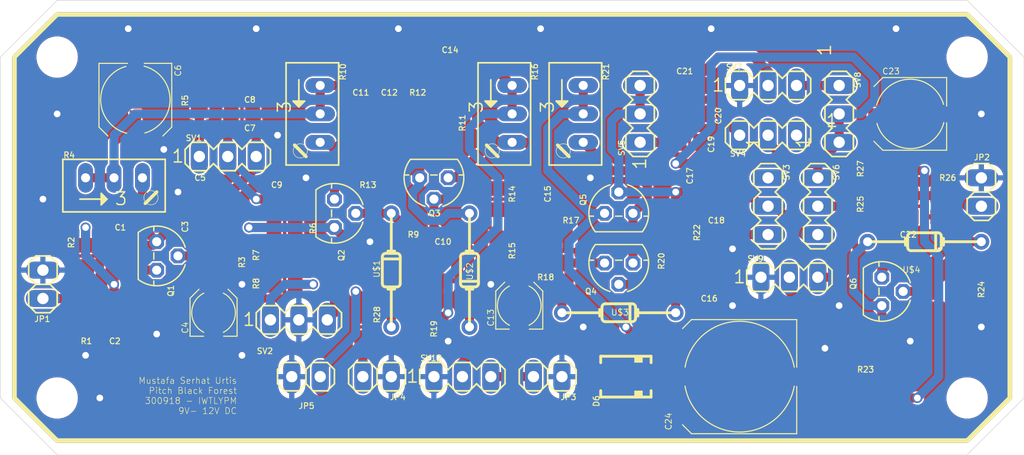
<source format=kicad_pcb>
(kicad_pcb (version 20211014) (generator pcbnew)
  (layers (0 "F.Cu" signal) (31 "B.Cu" signal) (34 "B.Paste" user) (35 "F.Paste" user) (36 "B.SilkS" user "B.Silkscreen") (37 "F.SilkS" user "F.Silkscreen") (38 "B.Mask" user) (39 "F.Mask" user) (44 "Edge.Cuts" user))
  (net 0 "")
  (net 1 "GND")
  (net 2 "N$2")
  (net 3 "N$3")
  (net 4 "N$4")
  (net 5 "GAIN_POT_A")
  (net 6 "BIAS1")
  (net 7 "GAIN_POT_C")
  (net 8 "GAIN_POT_B")
  (net 9 "N$5")
  (net 10 "BOOST_ON")
  (net 11 "BOOST_OFF")
  (net 12 "STAGE_1_IN")
  (net 13 "N$7")
  (net 14 "N$8")
  (net 15 "N$1")
  (net 16 "N$6")
  (net 17 "N$9")
  (net 18 "N$10")
  (net 19 "N$11")
  (net 20 "N$12")
  (net 21 "N$14")
  (net 22 "N$16")
  (net 23 "9V")
  (net 24 "STAGE_2_IN")
  (net 25 "VOICE_POT_A")
  (net 26 "WIDE_A_2")
  (net 27 "VOICE_POT_C")
  (net 28 "WIDE_B_2")
  (net 29 "WIDE_B_1")
  (net 30 "MID_POT_B")
  (net 31 "WIDE_A_1")
  (net 32 "TREBLE_POT_B")
  (net 33 "MID_POT_A")
  (net 34 "VOLUME_POT_B")
  (net 35 "N$13")
  (net 36 "N$15")
  (net 37 "N$17")
  (net 38 "N$18")
  (net 39 "9V_IN")
  (net 40 "SIGNAL_IN")
  (net 41 "SIGNAL_OUT")
  (net 42 "N$22")
  (net 43 "N$23")
  (footprint "pitch_black_forest_v01:TO92" (layer "F.Cu") (at 116.7511 107.5436 -90)
    (fp_text reference "Q1")
    (fp_text value "J201" hide)
  )
  (footprint "pitch_black_forest_v01:R0805" (layer "F.Cu") (at 135.8011 99.9236 180)
    (fp_text reference "R13")
    (fp_text value "330k" hide)
  )
  (footprint "pitch_black_forest_v01:R0805" (layer "F.Cu") (at 147.2311 106.9086 -90)
    (fp_text reference "R15")
    (fp_text value "1k5" hide)
  )
  (footprint "pitch_black_forest_v01:RJ9W" (layer "F.Cu") (at 112.9411 101.1936)
    (fp_text reference "R4")
    (fp_text value "100k" hide)
  )
  (footprint "pitch_black_forest_v01:MA03-1" (layer "F.Cu") (at 171.3611 103.0986 -90)
    (fp_text reference "SV3")
    (fp_text value "")
  )
  (footprint "pitch_black_forest_v01:UD-6,3X5,8_NICHICON" (layer "F.Cu") (at 114.8461 93.5736 -90)
    (fp_text reference "C6")
    (fp_text value "100uF" hide)
  )
  (footprint "pitch_black_forest_v01:C0805" (layer "F.Cu") (at 164.3761 92.3036)
    (fp_text reference "C21")
    (fp_text value "22nF" hide)
  )
  (footprint "pitch_black_forest_v01:R0805" (layer "F.Cu") (at 135.1661 113.8936 -90)
    (fp_text reference "R28")
    (fp_text value "450r" hide)
  )
  (footprint "pitch_black_forest_v01:MA03-1" (layer "F.Cu") (at 159.9311 94.8436 90)
    (fp_text reference "SV5")
    (fp_text value "")
  )
  (footprint "pitch_black_forest_v01:C0805" (layer "F.Cu") (at 184.0611 103.0986 90)
    (fp_text reference "C22")
    (fp_text value "470nF" hide)
  )
  (footprint "pitch_black_forest_v01:R0805" (layer "F.Cu") (at 152.3111 108.1786)
    (fp_text reference "R18")
    (fp_text value "470k" hide)
  )
  (footprint "pitch_black_forest_v01:UD-4X5,8_NICHICON" (layer "F.Cu") (at 121.8311 112.6236 90)
    (fp_text reference "C4")
    (fp_text value "4.7uF" hide)
  )
  (footprint "pitch_black_forest_v01:R0805" (layer "F.Cu") (at 110.4011 107.5436 -90)
    (fp_text reference "R2")
    (fp_text value "68k" hide)
  )
  (footprint "pitch_black_forest_v01:TO92" (layer "F.Cu") (at 141.5161 100.5586 180)
    (fp_text reference "Q3")
    (fp_text value "J201" hide)
  )
  (footprint "pitch_black_forest_v01:MA03-1" (layer "F.Cu") (at 173.2661 109.4486)
    (fp_text reference "SV9")
    (fp_text value "")
  )
  (footprint "pitch_black_forest_v01:C0805" (layer "F.Cu") (at 142.7861 91.6686 -90)
    (fp_text reference "C14")
    (fp_text value "1nF" hide)
  )
  (footprint "pitch_black_forest_v01:MA03-1" (layer "F.Cu") (at 171.3611 92.3036)
    (fp_text reference "SV7")
    (fp_text value "")
  )
  (footprint "pitch_black_forest_v01:R0805" (layer "F.Cu") (at 147.2311 102.4636 -90)
    (fp_text reference "R14")
    (fp_text value "1k5" hide)
  )
  (footprint "pitch_black_forest_v01:R0805" (layer "F.Cu") (at 142.7861 96.1136 90)
    (fp_text reference "R11")
    (fp_text value "470k" hide)
  )
  (footprint "pitch_black_forest_v01:MA03-1" (layer "F.Cu") (at 175.8061 103.0986 -90)
    (fp_text reference "SV6")
    (fp_text value "")
  )
  (footprint "pitch_black_forest_v01:SOD68" (layer "F.Cu") (at 137.7061 108.8136 90)
    (fp_text reference "U$1")
    (fp_text value "BAT85" hide)
  )
  (footprint "" (layer "F.Cu") (at 189.1411 120.2436)
    (fp_text reference "@HOLE0" hide)
    (fp_text value "")
  )
  (footprint "pitch_black_forest_v01:C0805" (layer "F.Cu") (at 121.8311 102.4636 180)
    (fp_text reference "C5")
    (fp_text value "2.2nF" hide)
  )
  (footprint "pitch_black_forest_v01:R0805" (layer "F.Cu") (at 180.8861 103.0986 -90)
    (fp_text reference "R25")
    (fp_text value "10k" hide)
  )
  (footprint "pitch_black_forest_v01:TO92" (layer "F.Cu") (at 132.6261 103.7336 -90)
    (fp_text reference "Q2")
    (fp_text value "J201")
  )
  (footprint "pitch_black_forest_v01:C0805" (layer "F.Cu") (at 112.9411 107.5436 -90)
    (fp_text reference "C1")
    (fp_text value "22pF" hide)
  )
  (footprint "pitch_black_forest_v01:RJ9W" (layer "F.Cu") (at 147.8661 94.8436 -90)
    (fp_text reference "R16")
    (fp_text value "100k" hide)
  )
  (footprint "pitch_black_forest_v01:MA03-1" (layer "F.Cu") (at 123.1011 98.6536)
    (fp_text reference "SV1")
    (fp_text value "")
  )
  (footprint "pitch_black_forest_v01:TO92" (layer "F.Cu") (at 158.0261 103.7336)
    (fp_text reference "Q5")
    (fp_text value "J201" hide)
  )
  (footprint "pitch_black_forest_v01:R0805" (layer "F.Cu") (at 140.2461 96.1136 90)
    (fp_text reference "R12")
    (fp_text value "330k" hide)
  )
  (footprint "pitch_black_forest_v01:TO92" (layer "F.Cu") (at 181.5211 110.7186 -90)
    (fp_text reference "Q6")
    (fp_text value "J201" hide)
  )
  (footprint "" (layer "F.Cu") (at 107.8611 120.2436)
    (fp_text reference "@HOLE3" hide)
    (fp_text value "")
  )
  (footprint "pitch_black_forest_v01:R0805" (layer "F.Cu") (at 121.8311 107.5436)
    (fp_text reference "R3")
    (fp_text value "1k8" hide)
  )
  (footprint "pitch_black_forest_v01:C0805" (layer "F.Cu") (at 166.9161 100.5586)
    (fp_text reference "C17")
    (fp_text value "270pF" hide)
  )
  (footprint "" (layer "F.Cu") (at 107.8611 89.7636)
    (fp_text reference "@HOLE2" hide)
    (fp_text value "")
  )
  (footprint "pitch_black_forest_v01:R0805" (layer "F.Cu") (at 110.4011 112.6236 90)
    (fp_text reference "R1")
    (fp_text value "1M" hide)
  )
  (footprint "pitch_black_forest_v01:SOD68" (layer "F.Cu") (at 144.6911 108.8136 -90)
    (fp_text reference "U$2")
    (fp_text value "BAT85" hide)
  )
  (footprint "pitch_black_forest_v01:C0805" (layer "F.Cu") (at 164.3761 94.8436)
    (fp_text reference "C20")
    (fp_text value "22nF" hide)
  )
  (footprint "pitch_black_forest_v01:SOD68" (layer "F.Cu") (at 158.0261 112.6236)
    (fp_text reference "U$3")
    (fp_text value "BAT85" hide)
  )
  (footprint "pitch_black_forest_v01:1X02" (layer "F.Cu") (at 106.5911 110.0836 -90)
    (fp_text reference "JP1")
    (fp_text value "")
  )
  (footprint "pitch_black_forest_v01:1X02" (layer "F.Cu") (at 130.0861 118.3386)
    (fp_text reference "JP5")
    (fp_text value "")
  )
  (footprint "pitch_black_forest_v01:1X02" (layer "F.Cu") (at 190.4111 101.8286 -90)
    (fp_text reference "JP2")
    (fp_text value "")
  )
  (footprint "pitch_black_forest_v01:R0805" (layer "F.Cu") (at 139.6111 108.8136 90)
    (fp_text reference "R9")
    (fp_text value "2k4" hide)
  )
  (footprint "pitch_black_forest_v01:C0805" (layer "F.Cu") (at 166.2811 108.8136 90)
    (fp_text reference "C16")
    (fp_text value "1uF" hide)
  )
  (footprint "pitch_black_forest_v01:R0805" (layer "F.Cu") (at 128.1811 105.0036 180)
    (fp_text reference "R6")
    (fp_text value "68k" hide)
  )
  (footprint "pitch_black_forest_v01:C0805" (layer "F.Cu") (at 121.8311 105.0036)
    (fp_text reference "C3")
    (fp_text value "2.2nF" hide)
  )
  (footprint "pitch_black_forest_v01:RJ9W" (layer "F.Cu") (at 154.2161 94.8436 -90)
    (fp_text reference "R21")
    (fp_text value "100k" hide)
  )
  (footprint "pitch_black_forest_v01:UD-10X10_NICHICON" (layer "F.Cu") (at 168.8211 118.3386 180)
    (fp_text reference "C24")
    (fp_text value "220uF" hide)
  )
  (footprint "pitch_black_forest_v01:UD-6,3X5,8_NICHICON" (layer "F.Cu") (at 184.0611 94.8436 180)
    (fp_text reference "C23")
    (fp_text value "100uF" hide)
  )
  (footprint "" (layer "F.Cu") (at 189.1411 89.7636)
    (fp_text reference "@HOLE1" hide)
    (fp_text value "")
  )
  (footprint "pitch_black_forest_v01:C0805" (layer "F.Cu") (at 166.9161 103.0986)
    (fp_text reference "C18")
    (fp_text value "220pF" hide)
  )
  (footprint "pitch_black_forest_v01:R0805" (layer "F.Cu") (at 187.2361 110.7186)
    (fp_text reference "R24")
    (fp_text value "100r" hide)
  )
  (footprint "pitch_black_forest_v01:R0805" (layer "F.Cu") (at 163.1061 108.8136 -90)
    (fp_text reference "R20")
    (fp_text value "820r" hide)
  )
  (footprint "pitch_black_forest_v01:MA03-1" (layer "F.Cu") (at 144.0561 118.3386)
    (fp_text reference "SV12")
    (fp_text value "")
  )
  (footprint "pitch_black_forest_v01:C0805" (layer "F.Cu") (at 135.1661 96.1136 90)
    (fp_text reference "C11")
    (fp_text value "22nF" hide)
  )
  (footprint "pitch_black_forest_v01:C0805" (layer "F.Cu") (at 128.1811 102.4636)
    (fp_text reference "C9")
    (fp_text value "22nF" hide)
  )
  (footprint "pitch_black_forest_v01:C0805" (layer "F.Cu") (at 142.1511 108.8136 -90)
    (fp_text reference "C10")
    (fp_text value "470nF" hide)
  )
  (footprint "pitch_black_forest_v01:MA03-1" (layer "F.Cu") (at 129.4511 113.2586)
    (fp_text reference "SV2")
    (fp_text value "")
  )
  (footprint "pitch_black_forest_v01:R0805" (layer "F.Cu") (at 186.6011 103.0986 -90)
    (fp_text reference "R26")
    (fp_text value "100k" hide)
  )
  (footprint "pitch_black_forest_v01:R0805" (layer "F.Cu") (at 182.1561 99.9236 180)
    (fp_text reference "R27")
    (fp_text value "470r" hide)
  )
  (footprint "pitch_black_forest_v01:1X02" (layer "F.Cu") (at 151.6761 118.3386 180)
    (fp_text reference "JP3")
    (fp_text value "")
  )
  (footprint "pitch_black_forest_v01:1X02" (layer "F.Cu") (at 136.4361 118.3386 180)
    (fp_text reference "JP4")
    (fp_text value "")
  )
  (footprint "pitch_black_forest_v01:R0805" (layer "F.Cu") (at 180.2511 116.4336 180)
    (fp_text reference "R23")
    (fp_text value "470k" hide)
  )
  (footprint "pitch_black_forest_v01:UD-4X5,8_NICHICON" (layer "F.Cu") (at 149.1361 111.9886 90)
    (fp_text reference "C13")
    (fp_text value "2.2uF" hide)
  )
  (footprint "pitch_black_forest_v01:R0805" (layer "F.Cu") (at 152.3111 105.6386)
    (fp_text reference "R17")
    (fp_text value "470k" hide)
  )
  (footprint "pitch_black_forest_v01:TO92" (layer "F.Cu") (at 158.0261 108.1786 180)
    (fp_text reference "Q4")
    (fp_text value "J201" hide)
  )
  (footprint "pitch_black_forest_v01:MA03-1" (layer "F.Cu") (at 171.3611 96.7486 180)
    (fp_text reference "SV4")
    (fp_text value "")
  )
  (footprint "pitch_black_forest_v01:R0805" (layer "F.Cu") (at 120.5611 93.5736 90)
    (fp_text reference "R5")
    (fp_text value "10k" hide)
  )
  (footprint "pitch_black_forest_v01:C0805" (layer "F.Cu") (at 124.3711 94.8436 180)
    (fp_text reference "C7")
    (fp_text value "1nF" hide)
  )
  (footprint "pitch_black_forest_v01:SOD68" (layer "F.Cu") (at 185.3311 106.2736)
    (fp_text reference "U$4")
    (fp_text value "BAT85" hide)
  )
  (footprint "pitch_black_forest_v01:C0805" (layer "F.Cu") (at 164.3761 97.3836)
    (fp_text reference "C19")
    (fp_text value "22nF" hide)
  )
  (footprint "pitch_black_forest_v01:C0805" (layer "F.Cu") (at 124.3711 92.3036 180)
    (fp_text reference "C8")
    (fp_text value "100pF" hide)
  )
  (footprint "pitch_black_forest_v01:RJ9W" (layer "F.Cu") (at 130.7211 94.8436 -90)
    (fp_text reference "R10")
    (fp_text value "100k" hide)
  )
  (footprint "pitch_black_forest_v01:R0805" (layer "F.Cu") (at 140.2461 113.8936 -90)
    (fp_text reference "R19")
    (fp_text value "1k" hide)
  )
  (footprint "pitch_black_forest_v01:SMA" (layer "F.Cu") (at 158.6611 118.3386 180)
    (fp_text reference "D6")
    (fp_text value "S1M" hide)
  )
  (footprint "pitch_black_forest_v01:R0805" (layer "F.Cu") (at 128.1811 110.0836 180)
    (fp_text reference "R8")
    (fp_text value "68k" hide)
  )
  (footprint "pitch_black_forest_v01:C0805" (layer "F.Cu") (at 150.4061 102.4636 -90)
    (fp_text reference "C15")
    (fp_text value "22nF" hide)
  )
  (footprint "pitch_black_forest_v01:C0805" (layer "F.Cu") (at 137.7061 96.1136 90)
    (fp_text reference "C12")
    (fp_text value "2.2nF" hide)
  )
  (footprint "pitch_black_forest_v01:MA03-1" (layer "F.Cu") (at 177.7111 94.8436 -90)
    (fp_text reference "SV8")
    (fp_text value "")
  )
  (footprint "pitch_black_forest_v01:C0805" (layer "F.Cu") (at 112.9411 112.6236 -90)
    (fp_text reference "C2")
    (fp_text value "470pF" hide)
  )
  (footprint "pitch_black_forest_v01:R0805" (layer "F.Cu") (at 128.1811 107.5436 180)
    (fp_text reference "R7")
    (fp_text value "100k" hide)
  )
  (footprint "pitch_black_forest_v01:R0805" (layer "F.Cu") (at 163.1061 104.3686 90)
    (fp_text reference "R22")
    (fp_text value "22k" hide)
  )
  (gr_line (start 104.0511 120.2436) (end 104.0511 89.7636) (layer "F.SilkS") (width 0.4064))
  (gr_line (start 189.1411 85.9536) (end 192.9511 89.7636) (layer "F.SilkS") (width 0.4064))
  (gr_line (start 107.8611 124.0536) (end 104.0511 120.2436) (layer "F.SilkS") (width 0.4064))
  (gr_line (start 192.9511 89.7636) (end 192.9511 120.2436) (layer "F.SilkS") (width 0.4064))
  (gr_line (start 192.9511 120.2436) (end 189.1411 124.0536) (layer "F.SilkS") (width 0.4064))
  (gr_line (start 107.8611 85.9536) (end 189.1411 85.9536) (layer "F.SilkS") (width 0.4064))
  (gr_line (start 104.0511 89.7636) (end 107.8611 85.9536) (layer "F.SilkS") (width 0.4064))
  (gr_line (start 189.1411 124.0536) (end 107.8611 124.0536) (layer "F.SilkS") (width 0.4064))
  (gr_line (start 189.1411 125.3236) (end 194.2211 120.2436) (layer "Edge.Cuts") (width 0.05))
  (gr_line (start 194.2211 120.2436) (end 194.2211 89.7636) (layer "Edge.Cuts") (width 0.05))
  (gr_line (start 189.1411 84.6836) (end 107.8611 84.6836) (layer "Edge.Cuts") (width 0.05))
  (gr_line (start 102.7811 89.7636) (end 102.7811 120.2436) (layer "Edge.Cuts") (width 0.05))
  (gr_line (start 107.8611 84.6836) (end 102.7811 89.7636) (layer "Edge.Cuts") (width 0.05))
  (gr_line (start 102.7811 120.2436) (end 107.8611 125.3236) (layer "Edge.Cuts") (width 0.05))
  (gr_line (start 107.8611 125.3236) (end 189.1411 125.3236) (layer "Edge.Cuts") (width 0.05))
  (gr_line (start 194.2211 89.7636) (end 189.1411 84.6836) (layer "Edge.Cuts") (width 0.05))
  (gr_text "Mustafa Serhat Urtis\nPitch Black Forest\n300918 - IWTLYPM\n9V- 12V DC" (at 123.952 118.364) (layer "F.SilkS") (effects (font (size 0.560832 0.560832) (thickness 0.048768)) (justify right top)))
  (segment (start 139.6111 109.7636) (end 142.1511 109.7636) (width 0.8128) (layer "F.Cu") (net 1))
  (via (at 190.4111 113.8936) (size 0.9048) (drill 0.6) (layers "F.Cu" "B.Cu") (net 1))
  (via (at 118.6561 101.8286) (size 0.9048) (drill 0.6) (layers "F.Cu" "B.Cu") (net 1))
  (via (at 124.3711 110.0836) (size 0.9048) (drill 0.6) (layers "F.Cu" "B.Cu") (net 1))
  (via (at 110.4011 116.4336) (size 0.9048) (drill 0.6) (layers "F.Cu" "B.Cu") (net 1))
  (via (at 168.1861 106.9086) (size 0.9048) (drill 0.6) (layers "F.Cu" "B.Cu") (net 1))
  (via (at 117.3861 98.0186) (size 0.9048) (drill 0.6) (layers "F.Cu" "B.Cu") (net 1))
  (via (at 124.3711 116.4336) (size 0.9048) (drill 0.6) (layers "F.Cu" "B.Cu") (net 1))
  (via (at 154.8511 113.8936) (size 0.9048) (drill 0.6) (layers "F.Cu" "B.Cu") (net 1))
  (via (at 107.8611 94.8436) (size 0.9048) (drill 0.6) (layers "F.Cu" "B.Cu") (net 1))
  (via (at 114.2111 87.2236) (size 0.9048) (drill 0.6) (layers "F.Cu" "B.Cu") (net 1))
  (via (at 182.7911 87.2236) (size 0.9048) (drill 0.6) (layers "F.Cu" "B.Cu") (net 1))
  (via (at 127.5461 96.7486) (size 0.9048) (drill 0.6) (layers "F.Cu" "B.Cu") (net 1))
  (via (at 177.7111 111.9886) (size 0.9048) (drill 0.6) (layers "F.Cu" "B.Cu") (net 1))
  (via (at 106.5911 102.4636) (size 0.9048) (drill 0.6) (layers "F.Cu" "B.Cu") (net 1))
  (via (at 168.1861 111.9886) (size 0.9048) (drill 0.6) (layers "F.Cu" "B.Cu") (net 1))
  (via (at 176.4411 115.7986) (size 0.9048) (drill 0.6) (layers "F.Cu" "B.Cu") (net 1))
  (via (at 184.0611 115.1636) (size 0.9048) (drill 0.6) (layers "F.Cu" "B.Cu") (net 1))
  (via (at 125.6411 87.2236) (size 0.9048) (drill 0.6) (layers "F.Cu" "B.Cu") (net 1))
  (via (at 146.5961 110.0836) (size 0.9048) (drill 0.6) (layers "F.Cu" "B.Cu") (net 1))
  (via (at 130.0861 100.5586) (size 0.9048) (drill 0.6) (layers "F.Cu" "B.Cu") (net 1))
  (via (at 135.8011 106.2736) (size 0.9048) (drill 0.6) (layers "F.Cu" "B.Cu") (net 1))
  (via (at 166.2811 87.2236) (size 0.9048) (drill 0.6) (layers "F.Cu" "B.Cu") (net 1))
  (via (at 111.6711 120.2436) (size 0.9048) (drill 0.6) (layers "F.Cu" "B.Cu") (net 1))
  (via (at 142.7861 115.1636) (size 0.9048) (drill 0.6) (layers "F.Cu" "B.Cu") (net 1))
  (via (at 190.4111 94.8436) (size 0.9048) (drill 0.6) (layers "F.Cu" "B.Cu") (net 1))
  (via (at 155.4861 100.5586) (size 0.9048) (drill 0.6) (layers "F.Cu" "B.Cu") (net 1))
  (via (at 138.3411 87.2236) (size 0.9048) (drill 0.6) (layers "F.Cu" "B.Cu") (net 1))
  (via (at 116.7511 114.5286) (size 0.9048) (drill 0.6) (layers "F.Cu" "B.Cu") (net 1))
  (via (at 151.0411 87.2236) (size 0.9048) (drill 0.6) (layers "F.Cu" "B.Cu") (net 1))
  (segment (start 116.7511 108.8136) (end 113.2611 108.8136) (width 0.8128) (layer "F.Cu") (net 2))
  (segment (start 112.9411 111.6736) (end 112.9411 110.0836) (width 0.8128) (layer "F.Cu") (net 2))
  (segment (start 110.4011 106.5936) (end 110.4011 105.0036) (width 0.8128) (layer "F.Cu") (net 2))
  (segment (start 112.9411 108.4936) (end 112.9411 110.0836) (width 0.8128) (layer "F.Cu") (net 2))
  (segment (start 113.2611 108.8136) (end 112.9411 108.4936) (width 0.8128) (layer "F.Cu") (net 2))
  (via (at 112.9411 110.0836) (size 0.9048) (drill 0.6) (layers "F.Cu" "B.Cu") (net 2))
  (via (at 110.4011 105.0036) (size 0.9048) (drill 0.6) (layers "F.Cu" "B.Cu") (net 2))
  (segment (start 110.4011 105.0036) (end 110.4011 107.5436) (width 0.8128) (layer "B.Cu") (net 2))
  (segment (start 110.4011 107.5436) (end 112.9411 110.0836) (width 0.8128) (layer "B.Cu") (net 2))
  (segment (start 120.5611 108.8136) (end 120.5611 107.8636) (width 0.8128) (layer "F.Cu") (net 3))
  (segment (start 121.8311 111.1986) (end 121.8311 110.0836) (width 0.8128) (layer "F.Cu") (net 3))
  (segment (start 118.6561 107.5436) (end 120.8811 107.5436) (width 0.8128) (layer "F.Cu") (net 3))
  (segment (start 120.5611 107.8636) (end 120.8811 107.5436) (width 0.8128) (layer "F.Cu") (net 3))
  (segment (start 121.8311 110.0836) (end 120.5611 108.8136) (width 0.8128) (layer "F.Cu") (net 3))
  (segment (start 112.9411 106.5936) (end 116.4311 106.5936) (width 0.8128) (layer "F.Cu") (net 4))
  (segment (start 118.0211 105.0036) (end 120.8811 105.0036) (width 0.8128) (layer "F.Cu") (net 4))
  (segment (start 115.4811 105.0036) (end 116.7511 106.2736) (width 0.8128) (layer "F.Cu") (net 4))
  (segment (start 115.4811 100.5586) (end 115.4811 105.0036) (width 0.8128) (layer "F.Cu") (net 4))
  (segment (start 116.4311 106.5936) (end 116.7511 106.2736) (width 0.8128) (layer "F.Cu") (net 4))
  (segment (start 116.7511 106.2736) (end 118.0211 105.0036) (width 0.8128) (layer "F.Cu") (net 4))
  (segment (start 125.6411 98.6536) (end 125.6411 95.1636) (width 0.8128) (layer "F.Cu") (net 5))
  (segment (start 125.6411 99.6036) (end 122.7811 102.4636) (width 0.8128) (layer "F.Cu") (net 5))
  (segment (start 125.6411 95.1636) (end 125.3211 94.8436) (width 0.8128) (layer "F.Cu") (net 5))
  (segment (start 125.3211 94.8436) (end 125.3211 92.3036) (width 0.8128) (layer "F.Cu") (net 5))
  (segment (start 122.7811 102.4636) (end 122.7811 105.0036) (width 0.8128) (layer "F.Cu") (net 5))
  (segment (start 125.6411 98.6536) (end 125.6411 99.6036) (width 0.8128) (layer "F.Cu") (net 5))
  (segment (start 142.4661 90.3986) (end 142.7861 90.7186) (width 0.8128) (layer "F.Cu") (net 6))
  (segment (start 131.3561 94.8436) (end 131.3561 92.3036) (width 0.8128) (layer "F.Cu") (net 6))
  (segment (start 131.3561 92.3036) (end 138.9761 92.3036) (width 0.8128) (layer "F.Cu") (net 6))
  (segment (start 110.4011 100.5586) (end 112.9411 100.5586) (width 0.8128) (layer "F.Cu") (net 6))
  (segment (start 146.5961 90.3986) (end 143.1061 90.3986) (width 0.8128) (layer "F.Cu") (net 6))
  (segment (start 112.9411 97.3836) (end 112.9411 100.5586) (width 0.8128) (layer "F.Cu") (net 6))
  (segment (start 148.5011 92.3036) (end 146.5961 90.3986) (width 0.8128) (layer "F.Cu") (net 6))
  (segment (start 140.8811 90.3986) (end 142.4661 90.3986) (width 0.8128) (layer "F.Cu") (net 6))
  (segment (start 143.1061 90.3986) (end 142.7861 90.7186) (width 0.8128) (layer "F.Cu") (net 6))
  (segment (start 138.9761 92.3036) (end 140.8811 90.3986) (width 0.8128) (layer "F.Cu") (net 6))
  (segment (start 148.5011 94.8436) (end 148.5011 92.3036) (width 0.8128) (layer "F.Cu") (net 6))
  (segment (start 140.2461 112.9436) (end 142.4661 112.9436) (width 0.8128) (layer "F.Cu") (net 6))
  (segment (start 114.4011 95.9236) (end 112.9411 97.3836) (width 0.8128) (layer "F.Cu") (net 6))
  (segment (start 114.8461 95.9236) (end 114.4011 95.9236) (width 0.8128) (layer "F.Cu") (net 6))
  (segment (start 142.4661 112.9436) (end 142.7861 112.6236) (width 0.8128) (layer "F.Cu") (net 6))
  (via (at 142.7861 112.6236) (size 0.9048) (drill 0.6) (layers "F.Cu" "B.Cu") (net 6))
  (segment (start 131.3561 94.8436) (end 114.8461 94.8436) (width 0.8128) (layer "B.Cu") (net 6))
  (segment (start 147.2311 100.5586) (end 144.6911 98.0186) (width 0.8128) (layer "B.Cu") (net 6))
  (segment (start 147.2311 105.0036) (end 147.2311 100.5586) (width 0.8128) (layer "B.Cu") (net 6))
  (segment (start 145.9611 94.8436) (end 148.5011 94.8436) (width 0.8128) (layer "B.Cu") (net 6))
  (segment (start 114.8461 94.8436) (end 112.9411 96.7486) (width 0.8128) (layer "B.Cu") (net 6))
  (segment (start 112.9411 96.7486) (end 112.9411 100.5586) (width 0.8128) (layer "B.Cu") (net 6))
  (segment (start 142.7861 109.4486) (end 147.2311 105.0036) (width 0.8128) (layer "B.Cu") (net 6))
  (segment (start 144.6911 98.0186) (end 144.6911 96.1136) (width 0.8128) (layer "B.Cu") (net 6))
  (segment (start 142.7861 112.6236) (end 142.7861 109.4486) (width 0.8128) (layer "B.Cu") (net 6))
  (segment (start 144.6911 96.1136) (end 145.9611 94.8436) (width 0.8128) (layer "B.Cu") (net 6))
  (segment (start 120.5611 94.5236) (end 120.5611 98.6536) (width 0.8128) (layer "F.Cu") (net 7))
  (segment (start 123.4211 94.8436) (end 123.4211 92.3036) (width 0.8128) (layer "F.Cu") (net 8))
  (segment (start 123.1011 95.1636) (end 123.4211 94.8436) (width 0.8128) (layer "F.Cu") (net 8))
  (segment (start 125.6411 102.4636) (end 127.2311 102.4636) (width 0.8128) (layer "F.Cu") (net 8))
  (segment (start 123.1011 98.6536) (end 123.1011 95.1636) (width 0.8128) (layer "F.Cu") (net 8))
  (via (at 125.6411 102.4636) (size 0.9048) (drill 0.6) (layers "F.Cu" "B.Cu") (net 8))
  (segment (start 123.1011 98.6536) (end 123.1011 99.9236) (width 0.8128) (layer "B.Cu") (net 8))
  (segment (start 123.1011 99.9236) (end 125.6411 102.4636) (width 0.8128) (layer "B.Cu") (net 8))
  (segment (start 129.1311 102.4636) (end 129.1311 105.0036) (width 0.8128) (layer "F.Cu") (net 9))
  (segment (start 132.6261 112.6236) (end 131.9911 113.2586) (width 0.8128) (layer "F.Cu") (net 10))
  (segment (start 131.3561 107.5436) (end 132.6261 108.8136) (width 0.8128) (layer "F.Cu") (net 10))
  (segment (start 129.1311 107.5436) (end 131.3561 107.5436) (width 0.8128) (layer "F.Cu") (net 10))
  (segment (start 132.6261 108.8136) (end 132.6261 112.6236) (width 0.8128) (layer "F.Cu") (net 10))
  (segment (start 129.1311 110.0836) (end 130.7211 110.0836) (width 0.8128) (layer "F.Cu") (net 11))
  (via (at 130.7211 110.0836) (size 0.9048) (drill 0.6) (layers "F.Cu" "B.Cu") (net 11))
  (segment (start 130.7211 110.0836) (end 128.1811 110.0836) (width 0.8128) (layer "B.Cu") (net 11))
  (segment (start 128.1811 110.0836) (end 126.9111 111.3536) (width 0.8128) (layer "B.Cu") (net 11))
  (segment (start 126.9111 111.3536) (end 126.9111 113.2586) (width 0.8128) (layer "B.Cu") (net 11))
  (segment (start 137.7061 111.3536) (end 133.2611 106.9086) (width 0.8128) (layer "F.Cu") (net 12))
  (segment (start 137.7061 113.8936) (end 137.7061 111.3536) (width 0.8128) (layer "F.Cu") (net 12))
  (segment (start 133.2611 105.6386) (end 132.6261 105.0036) (width 0.8128) (layer "F.Cu") (net 12))
  (segment (start 127.2311 105.0036) (end 127.2311 107.5436) (width 0.8128) (layer "F.Cu") (net 12))
  (segment (start 127.2311 107.5436) (end 127.2311 110.0836) (width 0.8128) (layer "F.Cu") (net 12))
  (segment (start 133.2611 106.9086) (end 133.2611 105.6386) (width 0.8128) (layer "F.Cu") (net 12))
  (segment (start 127.2311 105.0036) (end 125.0061 105.0036) (width 0.8128) (layer "F.Cu") (net 12))
  (via (at 125.0061 105.0036) (size 0.9048) (drill 0.6) (layers "F.Cu" "B.Cu") (net 12))
  (segment (start 125.0061 105.0036) (end 132.6261 105.0036) (width 0.8128) (layer "B.Cu") (net 12))
  (segment (start 134.5311 103.7336) (end 137.7061 103.7336) (width 0.8128) (layer "F.Cu") (net 13))
  (segment (start 139.6111 105.6386) (end 137.7061 103.7336) (width 0.8128) (layer "F.Cu") (net 13))
  (segment (start 142.1511 107.8636) (end 139.6111 107.8636) (width 0.8128) (layer "F.Cu") (net 13))
  (segment (start 139.6111 107.8636) (end 139.6111 105.6386) (width 0.8128) (layer "F.Cu") (net 13))
  (segment (start 132.6261 102.4636) (end 132.6261 98.0186) (width 0.8128) (layer "F.Cu") (net 14))
  (segment (start 132.6261 98.0186) (end 131.9911 97.3836) (width 0.8128) (layer "F.Cu") (net 14))
  (segment (start 135.1661 97.0636) (end 137.7061 97.0636) (width 0.8128) (layer "F.Cu") (net 14))
  (segment (start 133.5811 97.0636) (end 132.6261 98.0186) (width 0.8128) (layer "F.Cu") (net 14))
  (segment (start 135.1661 97.0636) (end 133.5811 97.0636) (width 0.8128) (layer "F.Cu") (net 14))
  (segment (start 131.9911 97.3836) (end 131.3561 97.3836) (width 0.8128) (layer "F.Cu") (net 14))
  (segment (start 142.7861 95.1636) (end 140.2461 95.1636) (width 0.8128) (layer "F.Cu") (net 15))
  (segment (start 140.2461 95.1636) (end 137.7061 95.1636) (width 0.8128) (layer "F.Cu") (net 15))
  (segment (start 135.1661 95.1636) (end 137.7061 95.1636) (width 0.8128) (layer "F.Cu") (net 15))
  (segment (start 140.2461 97.0636) (end 140.2461 99.9236) (width 0.8128) (layer "F.Cu") (net 16))
  (segment (start 136.7511 99.9236) (end 140.2461 99.9236) (width 0.8128) (layer "F.Cu") (net 16))
  (segment (start 140.2461 99.9236) (end 140.2461 100.5586) (width 0.8128) (layer "F.Cu") (net 16))
  (segment (start 144.6911 103.7336) (end 142.7861 103.7336) (width 0.8128) (layer "B.Cu") (net 16))
  (segment (start 139.6111 101.8286) (end 140.2461 101.1936) (width 0.8128) (layer "B.Cu") (net 16))
  (segment (start 142.1511 104.3686) (end 140.8811 104.3686) (width 0.8128) (layer "B.Cu") (net 16))
  (segment (start 142.7861 103.7336) (end 142.1511 104.3686) (width 0.8128) (layer "B.Cu") (net 16))
  (segment (start 139.6111 103.0986) (end 139.6111 101.8286) (width 0.8128) (layer "B.Cu") (net 16))
  (segment (start 140.8811 104.3686) (end 139.6111 103.0986) (width 0.8128) (layer "B.Cu") (net 16))
  (segment (start 140.2461 101.1936) (end 140.2461 100.5586) (width 0.8128) (layer "B.Cu") (net 16))
  (segment (start 143.4211 105.6386) (end 144.6911 106.9086) (width 0.8128) (layer "F.Cu") (net 17))
  (segment (start 145.0061 101.5136) (end 144.0561 102.4636) (width 0.8128) (layer "F.Cu") (net 17))
  (segment (start 144.0561 102.4636) (end 141.5161 102.4636) (width 0.8128) (layer "F.Cu") (net 17))
  (segment (start 144.6911 106.9086) (end 144.6911 113.8936) (width 0.8128) (layer "F.Cu") (net 17))
  (segment (start 142.1511 105.6386) (end 143.4211 105.6386) (width 0.8128) (layer "F.Cu") (net 17))
  (segment (start 141.5161 102.4636) (end 141.5161 105.0036) (width 0.8128) (layer "F.Cu") (net 17))
  (segment (start 141.5161 105.0036) (end 142.1511 105.6386) (width 0.8128) (layer "F.Cu") (net 17))
  (segment (start 147.2311 101.5136) (end 145.0061 101.5136) (width 0.8128) (layer "F.Cu") (net 17))
  (segment (start 148.5011 106.2736) (end 147.5461 106.2736) (width 0.8128) (layer "F.Cu") (net 18))
  (segment (start 147.5461 106.2736) (end 147.2311 105.9586) (width 0.8128) (layer "F.Cu") (net 18))
  (segment (start 149.1361 106.9086) (end 148.5011 106.2736) (width 0.8128) (layer "F.Cu") (net 18))
  (segment (start 149.1361 110.5636) (end 149.1361 106.9086) (width 0.8128) (layer "F.Cu") (net 18))
  (segment (start 147.2311 105.9586) (end 147.2311 103.4136) (width 0.8128) (layer "F.Cu") (net 18))
  (segment (start 143.1061 92.9386) (end 142.7861 92.6186) (width 0.8128) (layer "F.Cu") (net 19))
  (segment (start 146.9136 97.0661) (end 145.3261 95.4786) (width 0.8128) (layer "F.Cu") (net 19))
  (segment (start 150.4061 101.5136) (end 150.4061 98.0186) (width 0.8128) (layer "F.Cu") (net 19))
  (segment (start 142.7861 100.5586) (end 143.4211 100.5586) (width 0.8128) (layer "F.Cu") (net 19))
  (segment (start 145.3261 93.5736) (end 144.6911 92.9386) (width 0.8128) (layer "F.Cu") (net 19))
  (segment (start 147.2311 97.3836) (end 148.5011 97.3836) (width 0.8128) (layer "F.Cu") (net 19))
  (segment (start 147.2311 97.3836) (end 146.9136 97.0661) (width 0.8128) (layer "F.Cu") (net 19))
  (segment (start 145.3261 95.4786) (end 145.3261 93.5736) (width 0.8128) (layer "F.Cu") (net 19))
  (segment (start 144.6911 92.9386) (end 143.1061 92.9386) (width 0.8128) (layer "F.Cu") (net 19))
  (segment (start 149.7711 97.3836) (end 148.5011 97.3836) (width 0.8128) (layer "F.Cu") (net 19))
  (segment (start 150.4061 98.0186) (end 149.7711 97.3836) (width 0.8128) (layer "F.Cu") (net 19))
  (segment (start 143.4211 100.5586) (end 146.9136 97.0661) (width 0.8128) (layer "F.Cu") (net 19))
  (segment (start 150.4061 104.6836) (end 151.3611 105.6386) (width 0.8128) (layer "F.Cu") (net 20))
  (segment (start 150.4061 103.4136) (end 150.4061 104.6836) (width 0.8128) (layer "F.Cu") (net 20))
  (segment (start 151.3611 108.1786) (end 151.3611 105.6386) (width 0.8128) (layer "F.Cu") (net 20))
  (segment (start 163.1061 112.6236) (end 163.1061 109.7636) (width 0.8128) (layer "F.Cu") (net 21))
  (segment (start 162.7861 110.0836) (end 163.1061 109.7636) (width 0.8128) (layer "F.Cu") (net 21))
  (segment (start 166.2811 109.7636) (end 163.1061 109.7636) (width 0.8128) (layer "F.Cu") (net 21))
  (segment (start 158.0261 110.0836) (end 162.7861 110.0836) (width 0.8128) (layer "F.Cu") (net 21))
  (segment (start 160.5661 101.1936) (end 159.2961 99.9236) (width 0.8128) (layer "F.Cu") (net 22))
  (segment (start 159.2961 108.1786) (end 159.2961 103.7336) (width 0.8128) (layer "F.Cu") (net 22))
  (segment (start 157.3911 99.9236) (end 154.8511 97.3836) (width 0.8128) (layer "F.Cu") (net 22))
  (segment (start 160.5661 101.1936) (end 160.5661 102.4636) (width 0.8128) (layer "F.Cu") (net 22))
  (segment (start 160.5661 102.4636) (end 159.2961 103.7336) (width 0.8128) (layer "F.Cu") (net 22))
  (segment (start 159.2961 99.9236) (end 157.3911 99.9236) (width 0.8128) (layer "F.Cu") (net 22))
  (segment (start 160.5661 117.0686) (end 160.5661 115.7986) (width 0.8128) (layer "F.Cu") (net 23))
  (segment (start 160.5661 117.0686) (end 160.6611 117.1636) (width 0.8128) (layer "F.Cu") (net 23))
  (segment (start 135.1661 112.9436) (end 135.1661 111.3536) (width 0.8128) (layer "F.Cu") (net 23))
  (segment (start 160.6611 118.3386) (end 160.6611 118.9736) (width 0.8128) (layer "F.Cu") (net 23))
  (segment (start 184.6961 120.2436) (end 177.7111 120.2436) (width 0.8128) (layer "F.Cu") (net 23))
  (segment (start 164.8961 118.3386) (end 161.2961 118.3386) (width 0.8128) (layer "F.Cu") (net 23))
  (segment (start 154.8511 92.3036) (end 154.8511 94.8436) (width 0.8128) (layer "F.Cu") (net 23))
  (segment (start 160.6611 118.9736) (end 160.6611 119.5136) (width 0.8128) (layer "F.Cu") (net 23))
  (segment (start 133.2611 121.5136) (end 131.3561 119.6086) (width 0.8128) (layer "F.Cu") (net 23))
  (segment (start 158.6611 121.5136) (end 139.6111 121.5136) (width 0.8128) (layer "F.Cu") (net 23))
  (segment (start 160.6611 119.5136) (end 158.6611 121.5136) (width 0.8128) (layer "F.Cu") (net 23))
  (segment (start 160.6611 117.1636) (end 160.6611 118.3386) (width 0.8128) (layer "F.Cu") (net 23))
  (segment (start 177.7111 120.2436) (end 176.4411 121.5136) (width 0.8128) (layer "F.Cu") (net 23))
  (segment (start 139.6111 121.5136) (end 133.2611 121.5136) (width 0.8128) (layer "F.Cu") (net 23))
  (segment (start 140.2461 115.7986) (end 139.6111 116.4336) (width 0.8128) (layer "F.Cu") (net 23))
  (segment (start 161.2961 118.3386) (end 160.6611 118.9736) (width 0.8128) (layer "F.Cu") (net 23))
  (segment (start 131.3561 119.6086) (end 131.3561 118.3386) (width 0.8128) (layer "F.Cu") (net 23))
  (segment (start 168.0711 121.5136) (end 164.8961 118.3386) (width 0.8128) (layer "F.Cu") (net 23))
  (segment (start 140.2461 114.8436) (end 140.2461 115.7986) (width 0.8128) (layer "F.Cu") (net 23))
  (segment (start 139.6111 116.4336) (end 139.6111 121.5136) (width 0.8128) (layer "F.Cu") (net 23))
  (segment (start 135.1661 111.3536) (end 134.5311 110.7186) (width 0.8128) (layer "F.Cu") (net 23))
  (segment (start 176.4411 121.5136) (end 168.0711 121.5136) (width 0.8128) (layer "F.Cu") (net 23))
  (segment (start 183.1061 99.9236) (end 185.3311 99.9236) (width 0.8128) (layer "F.Cu") (net 23))
  (segment (start 160.5661 115.7986) (end 158.6611 113.8936) (width 0.8128) (layer "F.Cu") (net 23))
  (via (at 158.6611 113.8936) (size 0.9048) (drill 0.6) (layers "F.Cu" "B.Cu") (net 23))
  (via (at 185.3311 99.9236) (size 0.9048) (drill 0.6) (layers "F.Cu" "B.Cu") (net 23))
  (via (at 134.5311 110.7186) (size 0.9048) (drill 0.6) (layers "F.Cu" "B.Cu") (net 23))
  (via (at 184.6961 120.2436) (size 0.9048) (drill 0.6) (layers "F.Cu" "B.Cu") (net 23))
  (segment (start 153.5811 106.2736) (end 153.5811 108.8136) (width 0.8128) (layer "B.Cu") (net 23))
  (segment (start 156.7561 103.7336) (end 155.4861 103.7336) (width 0.8128) (layer "B.Cu") (net 23))
  (segment (start 153.5811 108.8136) (end 158.6611 113.8936) (width 0.8128) (layer "B.Cu") (net 23))
  (segment (start 151.6761 99.9236) (end 151.6761 96.1136) (width 0.8128) (layer "B.Cu") (net 23))
  (segment (start 134.5311 114.5286) (end 131.3561 117.7036) (width 0.8128) (layer "B.Cu") (net 23))
  (segment (start 152.9461 94.8436) (end 154.8511 94.8436) (width 0.8128) (layer "B.Cu") (net 23))
  (segment (start 156.7561 103.7336) (end 156.1211 103.7336) (width 0.8128) (layer "B.Cu") (net 23))
  (segment (start 151.6761 96.1136) (end 152.9461 94.8436) (width 0.8128) (layer "B.Cu") (net 23))
  (segment (start 134.5311 110.7186) (end 134.5311 114.5286) (width 0.8128) (layer "B.Cu") (net 23))
  (segment (start 156.1211 103.7336) (end 153.5811 106.2736) (width 0.8128) (layer "B.Cu") (net 23))
  (segment (start 155.4861 103.7336) (end 151.6761 99.9236) (width 0.8128) (layer "B.Cu") (net 23))
  (segment (start 186.6011 107.5436) (end 186.6011 118.3386) (width 0.8128) (layer "B.Cu") (net 23))
  (segment (start 186.6011 118.3386) (end 184.6961 120.2436) (width 0.8128) (layer "B.Cu") (net 23))
  (segment (start 185.3311 106.2736) (end 186.6011 107.5436) (width 0.8128) (layer "B.Cu") (net 23))
  (segment (start 131.3561 117.7036) (end 131.3561 118.3386) (width 0.8128) (layer "B.Cu") (net 23))
  (segment (start 185.3311 99.9236) (end 185.3311 106.2736) (width 0.8128) (layer "B.Cu") (net 23))
  (segment (start 153.5811 108.4986) (end 153.2611 108.1786) (width 0.8128) (layer "F.Cu") (net 24))
  (segment (start 153.5811 110.0836) (end 153.5811 108.4986) (width 0.8128) (layer "F.Cu") (net 24))
  (segment (start 152.9461 110.7186) (end 153.5811 110.0836) (width 0.8128) (layer "F.Cu") (net 24))
  (segment (start 152.9461 112.6236) (end 152.9461 110.7186) (width 0.8128) (layer "F.Cu") (net 24))
  (segment (start 156.7561 108.1786) (end 153.2611 108.1786) (width 0.8128) (layer "F.Cu") (net 24))
  (segment (start 165.3311 101.8286) (end 165.9661 101.1936) (width 0.8128) (layer "F.Cu") (net 25))
  (segment (start 165.9661 103.0986) (end 165.9661 101.1936) (width 0.8128) (layer "F.Cu") (net 25))
  (segment (start 163.1061 101.8286) (end 165.3311 101.8286) (width 0.8128) (layer "F.Cu") (net 25))
  (segment (start 163.1061 101.8286) (end 163.1061 103.4186) (width 0.8128) (layer "F.Cu") (net 25))
  (segment (start 159.9311 92.3036) (end 159.9311 94.8436) (width 0.8128) (layer "F.Cu") (net 25))
  (segment (start 165.9661 101.1936) (end 165.9661 100.5586) (width 0.8128) (layer "F.Cu") (net 25))
  (via (at 163.1061 101.8286) (size 0.9048) (drill 0.6) (layers "F.Cu" "B.Cu") (net 25))
  (segment (start 158.0261 101.8286) (end 158.0261 98.6536) (width 0.8128) (layer "B.Cu") (net 25))
  (segment (start 158.0261 98.6536) (end 157.3911 98.0186) (width 0.8128) (layer "B.Cu") (net 25))
  (segment (start 157.3911 95.4786) (end 158.0261 94.8436) (width 0.8128) (layer "B.Cu") (net 25))
  (segment (start 158.0261 94.8436) (end 159.9311 94.8436) (width 0.8128) (layer "B.Cu") (net 25))
  (segment (start 158.0261 101.8286) (end 163.1061 101.8286) (width 0.8128) (layer "B.Cu") (net 25))
  (segment (start 157.3911 98.0186) (end 157.3911 95.4786) (width 0.8128) (layer "B.Cu") (net 25))
  (segment (start 174.5361 105.6386) (end 171.9961 103.0986) (width 0.8128) (layer "F.Cu") (net 26))
  (segment (start 168.1861 100.5586) (end 167.8661 100.5586) (width 0.8128) (layer "F.Cu") (net 26))
  (segment (start 171.3611 103.0986) (end 170.7261 103.0986) (width 0.8128) (layer "F.Cu") (net 26))
  (segment (start 170.7261 103.0986) (end 168.1861 100.5586) (width 0.8128) (layer "F.Cu") (net 26))
  (segment (start 171.9961 103.0986) (end 171.3611 103.0986) (width 0.8128) (layer "F.Cu") (net 26))
  (segment (start 175.8061 105.6386) (end 174.5361 105.6386) (width 0.8128) (layer "F.Cu") (net 26))
  (segment (start 163.4261 94.8436) (end 163.4261 97.3836) (width 0.8128) (layer "F.Cu") (net 27))
  (segment (start 163.4261 92.3036) (end 163.4261 94.8436) (width 0.8128) (layer "F.Cu") (net 27))
  (segment (start 159.9311 97.3836) (end 163.4261 97.3836) (width 0.8128) (layer "F.Cu") (net 27))
  (segment (start 164.3761 99.2886) (end 165.6461 98.0186) (width 0.8128) (layer "F.Cu") (net 28))
  (segment (start 175.8061 100.5586) (end 175.8061 99.2886) (width 0.8128) (layer "F.Cu") (net 28))
  (segment (start 165.6461 98.0186) (end 165.6461 97.7036) (width 0.8128) (layer "F.Cu") (net 28))
  (segment (start 165.6461 97.7036) (end 165.3261 97.3836) (width 0.8128) (layer "F.Cu") (net 28))
  (segment (start 175.8061 99.2886) (end 173.2661 99.2886) (width 0.8128) (layer "F.Cu") (net 28))
  (segment (start 171.3611 97.3836) (end 171.3611 96.7486) (width 0.8128) (layer "F.Cu") (net 28))
  (segment (start 165.3261 97.3836) (end 165.0111 97.3836) (width 0.8128) (layer "F.Cu") (net 28))
  (segment (start 173.2661 99.2886) (end 171.3611 97.3836) (width 0.8128) (layer "F.Cu") (net 28))
  (segment (start 175.8061 99.2886) (end 177.7111 97.3836) (width 0.8128) (layer "F.Cu") (net 28))
  (segment (start 163.1061 99.2886) (end 164.3761 99.2886) (width 0.8128) (layer "F.Cu") (net 28))
  (segment (start 177.7111 97.3836) (end 177.7111 94.8436) (width 0.8128) (layer "F.Cu") (net 28))
  (via (at 163.1061 99.2886) (size 0.9048) (drill 0.6) (layers "F.Cu" "B.Cu") (net 28))
  (segment (start 166.9161 89.7636) (end 178.9811 89.7636) (width 0.8128) (layer "B.Cu") (net 28))
  (segment (start 180.8861 91.6686) (end 180.8861 93.5736) (width 0.8128) (layer "B.Cu") (net 28))
  (segment (start 178.9811 89.7636) (end 180.8861 91.6686) (width 0.8128) (layer "B.Cu") (net 28))
  (segment (start 180.8861 93.5736) (end 179.6161 94.8436) (width 0.8128) (layer "B.Cu") (net 28))
  (segment (start 166.2811 96.1136) (end 166.2811 90.3986) (width 0.8128) (layer "B.Cu") (net 28))
  (segment (start 179.6161 94.8436) (end 177.7111 94.8436) (width 0.8128) (layer "B.Cu") (net 28))
  (segment (start 163.1061 99.2886) (end 166.2811 96.1136) (width 0.8128) (layer "B.Cu") (net 28))
  (segment (start 166.2811 90.3986) (end 166.9161 89.7636) (width 0.8128) (layer "B.Cu") (net 28))
  (segment (start 166.9161 94.8436) (end 168.8211 96.7486) (width 0.8128) (layer "F.Cu") (net 29))
  (segment (start 165.3261 94.8436) (end 166.9161 94.8436) (width 0.8128) (layer "F.Cu") (net 29))
  (segment (start 166.9161 89.7636) (end 170.0911 89.7636) (width 0.8128) (layer "F.Cu") (net 30))
  (segment (start 165.3261 92.3036) (end 165.3261 91.3536) (width 0.8128) (layer "F.Cu") (net 30))
  (segment (start 165.3261 91.3536) (end 166.9161 89.7636) (width 0.8128) (layer "F.Cu") (net 30))
  (segment (start 170.0911 89.7636) (end 171.3611 91.0336) (width 0.8128) (layer "F.Cu") (net 30))
  (segment (start 171.3611 91.0336) (end 171.3611 92.3036) (width 0.8128) (layer "F.Cu") (net 30))
  (segment (start 171.3611 105.6386) (end 169.4561 105.6386) (width 0.8128) (layer "F.Cu") (net 31))
  (segment (start 169.4561 105.6386) (end 168.1861 104.3686) (width 0.8128) (layer "F.Cu") (net 31))
  (segment (start 168.1861 104.3686) (end 168.1861 103.4186) (width 0.8128) (layer "F.Cu") (net 31))
  (segment (start 168.1861 103.4186) (end 167.8661 103.0986) (width 0.8128) (layer "F.Cu") (net 31))
  (segment (start 178.3461 108.8136) (end 177.7111 109.4486) (width 0.8128) (layer "F.Cu") (net 32))
  (segment (start 177.7111 109.4486) (end 175.8061 109.4486) (width 0.8128) (layer "F.Cu") (net 32))
  (segment (start 175.8061 103.0986) (end 177.7111 103.0986) (width 0.8128) (layer "F.Cu") (net 32))
  (segment (start 177.7111 103.0986) (end 178.3461 103.7336) (width 0.8128) (layer "F.Cu") (net 32))
  (segment (start 178.3461 103.7336) (end 178.3461 108.8136) (width 0.8128) (layer "F.Cu") (net 32))
  (segment (start 177.7111 92.3036) (end 173.9011 92.3036) (width 0.8128) (layer "F.Cu") (net 33))
  (segment (start 173.2661 109.4486) (end 173.2661 110.7186) (width 0.8128) (layer "F.Cu") (net 34))
  (segment (start 178.3461 113.8936) (end 178.9811 114.5286) (width 0.8128) (layer "F.Cu") (net 34))
  (segment (start 176.4411 113.8936) (end 178.3461 113.8936) (width 0.8128) (layer "F.Cu") (net 34))
  (segment (start 173.2661 110.7186) (end 176.4411 113.8936) (width 0.8128) (layer "F.Cu") (net 34))
  (segment (start 178.9811 116.1136) (end 179.3011 116.4336) (width 0.8128) (layer "F.Cu") (net 34))
  (segment (start 178.9811 114.5286) (end 178.9811 116.1136) (width 0.8128) (layer "F.Cu") (net 34))
  (segment (start 181.5211 116.1136) (end 181.5211 111.9886) (width 0.8128) (layer "F.Cu") (net 35))
  (segment (start 181.2011 116.4336) (end 181.5211 116.1136) (width 0.8128) (layer "F.Cu") (net 35))
  (segment (start 178.9811 110.7186) (end 180.2511 111.9886) (width 0.8128) (layer "B.Cu") (net 35))
  (segment (start 180.2511 111.9886) (end 181.5211 111.9886) (width 0.8128) (layer "B.Cu") (net 35))
  (segment (start 180.2511 106.2736) (end 178.9811 107.5436) (width 0.8128) (layer "B.Cu") (net 35))
  (segment (start 178.9811 107.5436) (end 178.9811 110.7186) (width 0.8128) (layer "B.Cu") (net 35))
  (segment (start 183.4261 110.7186) (end 186.2861 110.7186) (width 0.8128) (layer "F.Cu") (net 36))
  (segment (start 185.9661 110.3986) (end 186.2861 110.7186) (width 0.8128) (layer "F.Cu") (net 36))
  (segment (start 187.8711 106.2736) (end 185.9661 108.1786) (width 0.8128) (layer "F.Cu") (net 36))
  (segment (start 185.9661 108.1786) (end 185.9661 110.3986) (width 0.8128) (layer "F.Cu") (net 36))
  (segment (start 190.4111 106.2736) (end 187.8711 106.2736) (width 0.8128) (layer "F.Cu") (net 36))
  (segment (start 181.5211 109.4486) (end 181.5211 108.8136) (width 0.8128) (layer "F.Cu") (net 37))
  (segment (start 182.7911 107.5436) (end 182.7911 104.0486) (width 0.8128) (layer "F.Cu") (net 37))
  (segment (start 182.7911 104.0486) (end 180.8861 104.0486) (width 0.8128) (layer "F.Cu") (net 37))
  (segment (start 184.0611 104.0486) (end 182.7911 104.0486) (width 0.8128) (layer "F.Cu") (net 37))
  (segment (start 181.5211 108.8136) (end 182.7911 107.5436) (width 0.8128) (layer "F.Cu") (net 37))
  (segment (start 181.5211 94.8436) (end 181.7111 94.8436) (width 0.8128) (layer "F.Cu") (net 38))
  (segment (start 180.8861 100.2436) (end 181.2061 99.9236) (width 0.8128) (layer "F.Cu") (net 38))
  (segment (start 180.8861 102.1486) (end 180.8861 100.2436) (width 0.8128) (layer "F.Cu") (net 38))
  (segment (start 180.8861 99.6036) (end 180.8861 95.4786) (width 0.8128) (layer "F.Cu") (net 38))
  (segment (start 181.2061 99.9236) (end 180.8861 99.6036) (width 0.8128) (layer "F.Cu") (net 38))
  (segment (start 180.8861 95.4786) (end 181.5211 94.8436) (width 0.8128) (layer "F.Cu") (net 38))
  (segment (start 146.5961 118.3386) (end 150.4061 118.3386) (width 0.8128) (layer "F.Cu") (net 39))
  (segment (start 110.0811 111.3536) (end 110.0811 108.8136) (width 0.8128) (layer "F.Cu") (net 40))
  (segment (start 110.0811 108.8136) (end 110.4011 108.4936) (width 0.8128) (layer "F.Cu") (net 40))
  (segment (start 110.0811 111.3536) (end 110.4011 111.6736) (width 0.8128) (layer "F.Cu") (net 40))
  (segment (start 106.5911 111.3536) (end 110.0811 111.3536) (width 0.8128) (layer "F.Cu") (net 40))
  (segment (start 184.0611 102.1486) (end 186.6011 102.1486) (width 0.8128) (layer "F.Cu") (net 41))
  (segment (start 186.9211 101.8286) (end 186.6011 102.1486) (width 0.8128) (layer "F.Cu") (net 41))
  (segment (start 190.4111 103.0986) (end 189.1411 103.0986) (width 0.8128) (layer "F.Cu") (net 41))
  (segment (start 187.8711 101.8286) (end 186.9211 101.8286) (width 0.8128) (layer "F.Cu") (net 41))
  (segment (start 189.1411 103.0986) (end 187.8711 101.8286) (width 0.8128) (layer "F.Cu") (net 41))
  (segment (start 135.1661 114.8436) (end 135.1661 118.3386) (width 0.8128) (layer "F.Cu") (net 42))
  (segment (start 144.0561 117.0686) (end 144.0561 118.3386) (width 0.8128) (layer "F.Cu") (net 43))
  (segment (start 156.6611 118.3386) (end 156.6611 116.9736) (width 0.8128) (layer "F.Cu") (net 43))
  (segment (start 145.3261 115.7986) (end 144.0561 117.0686) (width 0.8128) (layer "F.Cu") (net 43))
  (segment (start 156.6611 116.9736) (end 155.4861 115.7986) (width 0.8128) (layer "F.Cu") (net 43))
  (segment (start 155.4861 115.7986) (end 145.3261 115.7986) (width 0.8128) (layer "F.Cu") (net 43))
  (zone (net 1) (net_name "GND") (layer "F.Cu") (priority 6) (connect_pads (clearance 0.000001)) (min_thickness 0.2032) (fill yes (thermal_gap 0.4564) (thermal_bridge_width 0.4564))
    (polygon (pts (xy 193.1543 89.679432) (xy 193.1543 120.327768) (xy 189.225268 124.2568) (xy 107.776932 124.2568) (xy 103.8479 120.327768) (xy 103.8479 89.679432) (xy 107.776932 85.7504) (xy 189.225268 85.7504)))
  )
  (zone (net 1) (net_name "GND") (layer "B.Cu") (priority 6) (connect_pads (clearance 0.000001)) (min_thickness 0.2032) (fill yes (thermal_gap 0.4564) (thermal_bridge_width 0.4564))
    (polygon (pts (xy 193.1543 89.679432) (xy 193.1543 120.327768) (xy 189.225268 124.2568) (xy 107.776932 124.2568) (xy 103.8479 120.327768) (xy 103.8479 89.679432) (xy 107.776932 85.7504) (xy 189.225268 85.7504)))
  )
)
</source>
